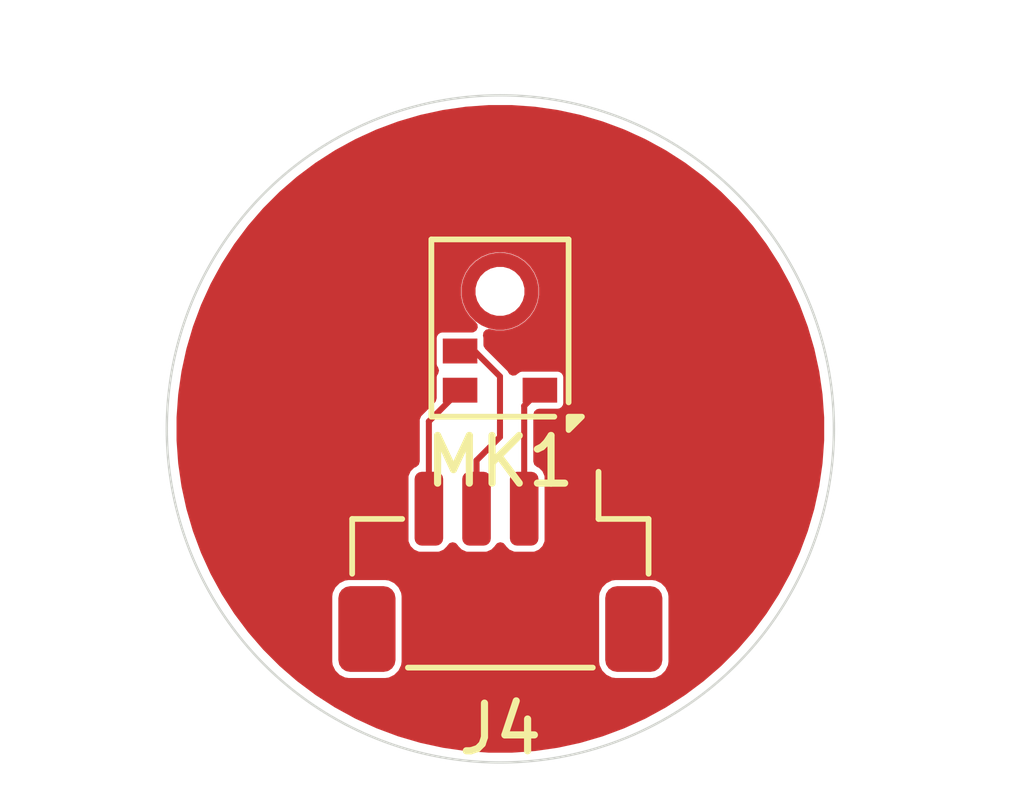
<source format=kicad_pcb>
(kicad_pcb (version 20241229) (generator "pcbnew") (generator_version "9.0")
  (layers (0 "F.Cu" signal) (2 "B.Cu" signal) (13 "F.Paste" user) (15 "B.Paste" user) (5 "F.SilkS" user "F.Silkscreen") (7 "B.SilkS" user "B.Silkscreen") (1 "F.Mask" user) (3 "B.Mask" user) (25 "Edge.Cuts" user))
  (net 0 "")
  (net 1 "GND")
  (net 2 "/PDM_DATA")
  (net 3 "/PDM_CLK")
  (net 4 "+3.3V")
  (footprint "Connector_JST:JST_SH_BM04B-SRSS-TB_1x04-1MP_P1.00mm_Vertical" (layer "F.Cu") (at 190 93 180)
    (property "Reference" "J4" (at 0 -3.3 0) (layer "F.SilkS"))
    (property "Value" "Conn_01x04_Socket" (hide yes))
    (fp_line (start 3.11 1.11) (end 2.06 1.11) (stroke (width 0.12)) (layer "F.SilkS"))
    (fp_line (start 3.11 -0.04) (end 3.11 1.11) (stroke (width 0.12)) (layer "F.SilkS"))
    (fp_line (start -1.94 -2.01) (end 1.94 -2.01) (stroke (width 0.12)) (layer "F.SilkS"))
    (fp_line (start -2.06 1.11) (end -2.06 2.1) (stroke (width 0.12)) (layer "F.SilkS"))
    (fp_line (start -3.11 1.11) (end -2.06 1.11) (stroke (width 0.12)) (layer "F.SilkS"))
    (fp_line (start -3.11 -0.04) (end -3.11 1.11) (stroke (width 0.12)) (layer "F.SilkS"))
    (pad "1" smd roundrect (at -1.5 1.325 180) (size 0.6 1.55) (layers "F.Cu" "F.Mask" "F.Paste") (net 1 "GND"))
    (pad "2" smd roundrect (at -0.5 1.325 180) (size 0.6 1.55) (layers "F.Cu" "F.Mask" "F.Paste") (net 2 "/PDM_DATA"))
    (pad "3" smd roundrect (at 0.5 1.325 180) (size 0.6 1.55) (layers "F.Cu" "F.Mask" "F.Paste") (net 3 "/PDM_CLK"))
    (pad "4" smd roundrect (at 1.5 1.325 180) (size 0.6 1.55) (layers "F.Cu" "F.Mask" "F.Paste") (net 4 "+3.3V"))
    (pad "MP" smd roundrect (at -2.8 -1.2 180) (size 1.2 1.8) (layers "F.Cu" "F.Mask" "F.Paste") (roundrect_rratio 0.208333))
    (pad "MP" smd roundrect (at 2.8 -1.2 180) (size 1.2 1.8) (layers "F.Cu" "F.Mask" "F.Paste") (roundrect_rratio 0.208333))
  )
  (footprint "Sensor_Audio:Knowles_LGA-5_3.5x2.65mm" (layer "F.Cu") (at 189.992 87.884 180)
    (property "Reference" "MK1" (at 0 -2.8 0) (layer "F.SilkS"))
    (property "Value" "SPH0641LU4H-1" (hide yes))
    (fp_line (start 1.44 1.86) (end -1.44 1.86) (stroke (width 0.12)) (layer "F.SilkS"))
    (fp_line (start 1.44 -1.86) (end 1.44 1.86) (stroke (width 0.12)) (layer "F.SilkS"))
    (fp_line (start -1.14 -1.86) (end 1.44 -1.86) (stroke (width 0.12)) (layer "F.SilkS"))
    (fp_line (start -1.44 1.86) (end -1.44 -1.56) (stroke (width 0.12)) (layer "F.SilkS"))
    (fp_poly (pts (xy -1.44 -1.86) (xy -1.72 -1.86) (xy -1.44 -2.14) (xy -1.44 -1.86)) (stroke (width 0.12)) (fill yes) (layer "F.SilkS"))
    (pad "" np_thru_hole circle (at 0 0.77 180) (size 0.5 0.5) (drill 0.5) (layers "*.Cu" "*.Mask"))
    (pad "1" smd rect (at -0.8375 -1.304 180) (size 0.725 0.522) (layers "F.Cu" "F.Mask" "F.Paste") (net 2 "/PDM_DATA"))
    (pad "2" smd rect (at -0.8375 -0.482 180) (size 0.725 0.522) (layers "F.Cu" "F.Mask" "F.Paste") (net 1 "GND"))
    (pad "3" smd custom (at 0 1.4325 180) (size 0.3 0.3) (layers "F.Cu" "F.Mask") (net 1 "GND") (options (clearance outline) (anchor circle)) (primitives (gr_circle (center 0 -0.6625) (end 0.6625 -0.6625) (width 0.3) (fill no))))
    (pad "4" smd rect (at 0.8375 -0.482 180) (size 0.725 0.522) (layers "F.Cu" "F.Mask" "F.Paste") (net 3 "/PDM_CLK"))
    (pad "5" smd rect (at 0.8375 -1.304 180) (size 0.725 0.522) (layers "F.Cu" "F.Mask" "F.Paste") (net 4 "+3.3V"))
  )
  (gr_circle (center 190 90) (end 197 90) (stroke (width 0.05)) (fill no) (layer "Edge.Cuts"))
  (segment (start 190.5 91.675) (end 190.5 89.5175) (width 0.127) (layer "F.Cu") (net 2))
  (segment (start 190.5 89.5175) (end 190.8295 89.188) (width 0.127) (layer "F.Cu") (net 2))
  (segment (start 189.992 90.17) (end 189.5 90.662) (width 0.127) (layer "F.Cu") (net 3))
  (segment (start 189.458 88.366) (end 189.992 88.9) (width 0.127) (layer "F.Cu") (net 3))
  (segment (start 189.992 88.9) (end 189.992 90.17) (width 0.127) (layer "F.Cu") (net 3))
  (segment (start 189.1545 88.366) (end 189.458 88.366) (width 0.127) (layer "F.Cu") (net 3))
  (segment (start 189.5 90.662) (end 189.5 91.675) (width 0.127) (layer "F.Cu") (net 3))
  (segment (start 189.1545 89.188) (end 188.5 89.8425) (width 0.127) (layer "F.Cu") (net 4))
  (segment (start 188.5 89.8425) (end 188.5 91.675) (width 0.127) (layer "F.Cu") (net 4))
  (zone (net 1) (net_name "GND") (layers "F.Cu" "B.Cu") (connect_pads yes (clearance 0)) (min_thickness 0.25) (fill yes (thermal_gap 0.5) (thermal_bridge_width 0.5))
    (polygon (pts (xy 179.5 81) (xy 179.5 98) (xy 201 98) (xy 201 98) (xy 201 81)))
  )
)
</source>
